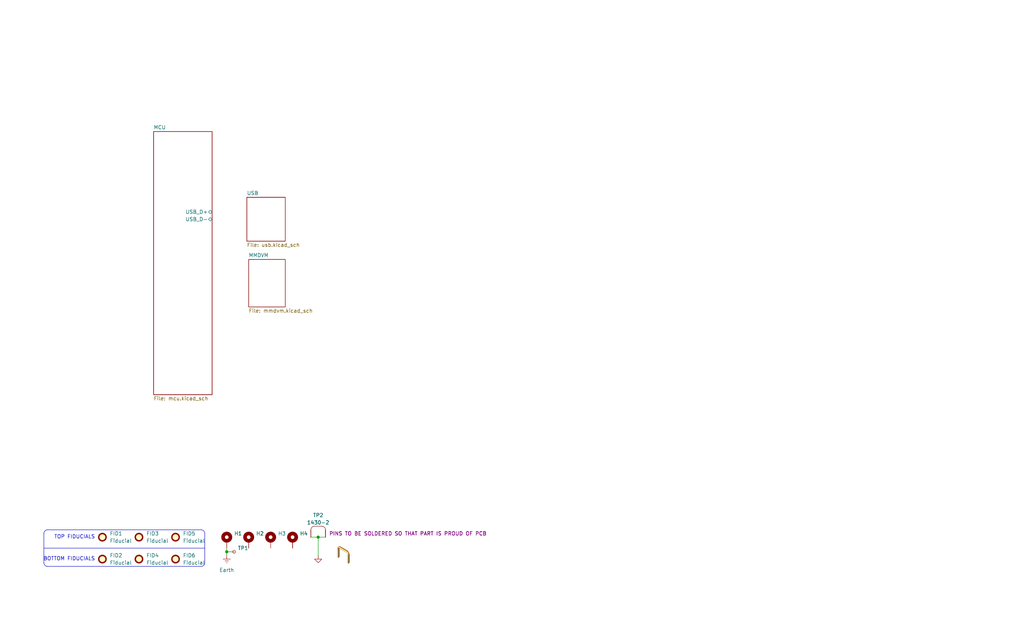
<source format=kicad_sch>
(kicad_sch (version 20250114) (generator "eeschema") (generator_version "9.0")
  (paper "USLegal")
  (lib_symbols
    (symbol "Connector:TestPoint_Small" (pin_numbers (hide yes)) (pin_names (offset 0.762) (hide yes))
      (property "Reference" "TP" (at 0 3.81 0))
      (property "Value" "TestPoint_Small" (at 0 2.032 0))
      (symbol "TestPoint_Small_0_1"
        (circle (center 0 0) (radius 0.508))
      )
      (symbol "TestPoint_Small_1_1"
        (pin passive line (at 0 0 90) (length 0) (name "1") (number "1"))
      )
    )
    (symbol "DDCEE:GND" (power) (pin_numbers (hide yes)) (pin_names (offset 0) (hide yes))
      (symbol "GND_0_1"
        (polyline (pts (xy 0 0) (xy 0 -1.27) (xy 1.27 -1.27) (xy 0 -2.54) (xy -1.27 -1.27) (xy 0 -1.27)))
      )
      (symbol "GND_1_1"
        (pin power_in line (at 0 0 270) (length 0) (name "~") (number "1"))
      )
    )
    (symbol "DDCEE:TP_2P_Keystone_1430-2" (pin_numbers (hide yes)) (pin_names (hide yes))
      (property "Reference" "TP" (at 2.54 4.826 0))
      (property "Value" "1430-2" (at 8.636 1.016 0))
      (property "Assembly Instructions" "PINS TO BE SOLDERED SO THAT PART IS PROUD OF PCB" (at 30.734 -0.508 0))
      (symbol "TP_2P_Keystone_1430-2_0_1"
        (polyline (pts (xy 1.27 3.81) (xy 3.81 3.81)))
        (arc (start 0 2.54) (mid 0.372 3.438) (end 1.27 3.81))
        (arc (start 3.81 3.81) (mid 4.708 3.438) (end 5.08 2.54))
      )
      (symbol "TP_2P_Keystone_1430-2_1_1"
        (pin power_in line (at 0 0 90) (length 2.54) (name "1") (number "1"))
        (pin power_in line (at 5.08 0 90) (length 2.54) (name "2") (number "2"))
      )
    )
    (symbol "Mechanical:Fiducial" (exclude_from_sim yes) (in_bom no)
      (property "Reference" "FID" (at 0 5.08 0))
      (property "Value" "Fiducial" (at 0 3.175 0))
      (symbol "Fiducial_0_1"
        (circle (center 0 0) (radius 1.27) (stroke (width 0.508)) (fill (type background)))
      )
    )
    (symbol "Mechanical:MountingHole_Pad" (pin_numbers (hide yes)) (pin_names (offset 1.016) (hide yes)) (exclude_from_sim yes) (in_bom no)
      (property "Reference" "H" (at 0 6.35 0))
      (property "Value" "MountingHole_Pad" (at 0 4.445 0))
      (symbol "MountingHole_Pad_0_1"
        (circle (center 0 1.27) (radius 1.27) (stroke (width 1.27)))
      )
      (symbol "MountingHole_Pad_1_1"
        (pin input line (at 0 -2.54 90) (length 2.54) (name "1") (number "1"))
      )
    )
    (symbol "power:Earth" (power) (pin_numbers (hide yes)) (pin_names (offset 0) (hide yes))
      (property "Value" "Earth" (at 0 -3.81 0))
      (symbol "Earth_0_1"
        (polyline (pts (xy -0.635 -1.905) (xy 0.635 -1.905)))
        (polyline (pts (xy -0.127 -2.54) (xy 0.127 -2.54)))
        (polyline (pts (xy 0 -1.27) (xy 0 0)))
        (polyline (pts (xy 1.27 -1.27) (xy -1.27 -1.27)))
      )
      (symbol "Earth_1_1"
        (pin power_in line (at 0 0 270) (length 0) (name "~") (number "1"))
      )
    )
  )
  (arc (start 16.51 196.85) (mid 15.612 196.478) (end 15.24 195.58))
  (arc (start 15.24 185.42) (mid 15.612 184.522) (end 16.51 184.15))
  (arc (start 69.85 184.15) (mid 70.748 184.522) (end 71.12 185.42))
  (arc (start 71.12 195.58) (mid 70.748 196.478) (end 69.85 196.85))
  (text "BOTTOM FIDUCIALS\n" (at 33.02 194.31 0) (effects (font (size 1.27 1.27)) (justify right)))
  (text "TOP FIDUCIALS" (at 33.02 186.69 0) (effects (font (size 1.27 1.27)) (justify right)))
  (junction (at 110.49 186.69))
  (junction (at 78.74 191.77))
  (no_connect (at -85.09 3.81))
  (polyline (pts (xy 71.12 185.42) (xy 71.12 195.58)))
  (wire (pts (xy 107.95 186.69) (xy 110.49 186.69)))
  (polyline (pts (xy 15.24 190.5) (xy 71.12 190.5)))
  (wire (pts (xy 78.74 191.77) (xy 81.28 191.77)))
  (wire (pts (xy 110.49 186.69) (xy 113.03 186.69)))
  (wire (pts (xy 110.49 193.04) (xy 110.49 186.69)))
  (wire (pts (xy 78.74 190.5) (xy 78.74 191.77)))
  (polyline (pts (xy 15.24 185.42) (xy 15.24 195.58)))
  (polyline (pts (xy 16.51 196.85) (xy 69.85 196.85)))
  (polyline (pts (xy 16.51 184.15) (xy 69.85 184.15)))
  (wire (pts (xy 78.74 191.77) (xy 78.74 193.04)))
  (image (at 119.38 193.04) (scale 0.218519))
  (symbol (lib_id "power:Earth") (at 78.74 193.04 0) (unit 1)
    (property "Reference" "#PWR061" (effects (hide yes)))
    (property "Value" "Earth" (at 78.74 198.12 0))
    (property "Description" "Power symbol creates a global label with name \"Earth\"" (effects (hide yes)))
  )
  (symbol (lib_id "Mechanical:Fiducial") (at 48.26 194.31 0) (unit 1) (exclude_from_sim yes) (in_bom no)
    (property "Reference" "FID4" (at 50.8 193.04 0) (effects (justify left)))
    (property "Value" "Fiducial" (at 50.8 195.58 0) (effects (justify left)))
    (property "Footprint" "Fiducial:Fiducial_0.75mm_Mask1.5mm" (effects (hide yes)))
    (property "Description" "Fiducial Marker" (effects (hide yes)))
  )
  (symbol (lib_id "Mechanical:Fiducial") (at 60.96 194.31 0) (unit 1) (exclude_from_sim yes) (in_bom no)
    (property "Reference" "FID6" (at 63.5 193.04 0) (effects (justify left)))
    (property "Value" "Fiducial" (at 63.5 195.58 0) (effects (justify left)))
    (property "Footprint" "Fiducial:Fiducial_0.75mm_Mask1.5mm" (effects (hide yes)))
    (property "Description" "Fiducial Marker" (effects (hide yes)))
  )
  (symbol (lib_id "DDCEE:TP_2P_Keystone_1430-2") (at 107.95 186.69 0) (unit 1)
    (property "Reference" "TP2" (at 110.49 179.07 0))
    (property "Value" "1430-2" (at 110.49 181.61 0))
    (property "Footprint" "DDCEE:TP_2P_Keystone_1430-2" (effects (hide yes)))
    (property "Datasheet" "https://www.keyelco.com/userAssets/file/M65p105.pdf" (effects (hide yes)))
    (property "Description" "PIN SHORTING .040\"DIA" (effects (hide yes)))
    (property "Detailed Description" "2 (1 x 2) Position Shunt Connector Non-Insulated 0.250\" (6.40mm) Gold" (effects (hide yes)))
    (property "Manufacturer" "Keystone Electronics" (effects (hide yes)))
    (property "Manufacturer PN" "1430-2" (effects (hide yes)))
    (property "Supplier 1" "DigiKey" (effects (hide yes)))
    (property "Supplier 1 PN" "36-1430-2-ND" (effects (hide yes)))
    (property "Supplier 1 Link" "https://www.digikey.com/en/products/detail/keystone-electronics/1430-2/2746418" (effects (hide yes)))
    (property "Assembly Instructions" "PINS TO BE SOLDERED SO THAT PART IS PROUD OF PCB" (at 114.3 185.42 0) (effects (justify left)))
  )
  (symbol (lib_id "Mechanical:MountingHole_Pad") (at 86.36 187.96 0) (unit 1) (exclude_from_sim yes) (in_bom no)
    (property "Reference" "H2" (at 88.9 185.42 0) (effects (justify left)))
    (property "Value" "MountingHole_Pad" (effects (hide yes)))
    (property "Footprint" "MountingHole:MountingHole_3.2mm_M3" (effects (hide yes)))
    (property "Description" "Mounting Hole with connection" (effects (hide yes)))
  )
  (symbol (lib_id "Mechanical:Fiducial") (at 60.96 186.69 0) (unit 1) (exclude_from_sim yes) (in_bom no)
    (property "Reference" "FID5" (at 63.5 185.42 0) (effects (justify left)))
    (property "Value" "Fiducial" (at 63.5 187.96 0) (effects (justify left)))
    (property "Footprint" "Fiducial:Fiducial_0.75mm_Mask1.5mm" (effects (hide yes)))
    (property "Description" "Fiducial Marker" (effects (hide yes)))
  )
  (symbol (lib_id "Mechanical:MountingHole_Pad") (at 78.74 187.96 0) (unit 1) (exclude_from_sim yes) (in_bom no)
    (property "Reference" "H1" (at 81.28 185.42 0) (effects (justify left)))
    (property "Value" "MountingHole_Pad" (effects (hide yes)))
    (property "Footprint" "MountingHole:MountingHole_3.2mm_M3_Pad_Via" (effects (hide yes)))
    (property "Description" "Mounting Hole with connection" (effects (hide yes)))
  )
  (symbol (lib_id "Mechanical:Fiducial") (at 48.26 186.69 0) (unit 1) (exclude_from_sim yes) (in_bom no)
    (property "Reference" "FID3" (at 50.8 185.42 0) (effects (justify left)))
    (property "Value" "Fiducial" (at 50.8 187.96 0) (effects (justify left)))
    (property "Footprint" "Fiducial:Fiducial_0.75mm_Mask1.5mm" (effects (hide yes)))
    (property "Description" "Fiducial Marker" (effects (hide yes)))
  )
  (symbol (lib_id "Connector:TestPoint_Small") (at 81.28 191.77 0) (unit 1) (exclude_from_sim yes) (in_bom no)
    (property "Reference" "TP1" (at 82.55 190.5 0) (effects (justify left)))
    (property "Value" "TestPoint_Small" (effects (hide yes)))
    (property "Footprint" "TestPoint:TestPoint_Pad_D2.5mm" (effects (hide yes)))
    (property "Description" "test point" (effects (hide yes)))
  )
  (symbol (lib_id "Mechanical:Fiducial") (at 35.56 186.69 0) (unit 1) (exclude_from_sim yes) (in_bom no)
    (property "Reference" "FID1" (at 38.1 185.42 0) (effects (justify left)))
    (property "Value" "Fiducial" (at 38.1 187.96 0) (effects (justify left)))
    (property "Footprint" "Fiducial:Fiducial_0.75mm_Mask1.5mm" (effects (hide yes)))
    (property "Description" "Fiducial Marker" (effects (hide yes)))
  )
  (symbol (lib_id "Mechanical:MountingHole_Pad") (at 93.98 187.96 0) (unit 1) (exclude_from_sim yes) (in_bom no)
    (property "Reference" "H3" (at 96.52 185.42 0) (effects (justify left)))
    (property "Value" "MountingHole_Pad" (effects (hide yes)))
    (property "Footprint" "MountingHole:MountingHole_3.2mm_M3" (effects (hide yes)))
    (property "Description" "Mounting Hole with connection" (effects (hide yes)))
  )
  (symbol (lib_id "DDCEE:GND") (at 110.49 193.04 0) (unit 1)
    (property "Reference" "#PWR062" (effects (hide yes)))
    (property "Value" "GND" (effects (hide yes)))
    (property "Description" "Power symbol creates a global label with name \"GND\" , ground" (effects (hide yes)))
  )
  (symbol (lib_id "Mechanical:Fiducial") (at 35.56 194.31 0) (unit 1) (exclude_from_sim yes) (in_bom no)
    (property "Reference" "FID2" (at 38.1 193.04 0) (effects (justify left)))
    (property "Value" "Fiducial" (at 38.1 195.58 0) (effects (justify left)))
    (property "Footprint" "Fiducial:Fiducial_0.75mm_Mask1.5mm" (effects (hide yes)))
    (property "Description" "Fiducial Marker" (effects (hide yes)))
  )
  (symbol (lib_id "Mechanical:MountingHole_Pad") (at 101.6 187.96 0) (unit 1) (exclude_from_sim yes) (in_bom no)
    (property "Reference" "H4" (at 104.14 185.42 0) (effects (justify left)))
    (property "Value" "MountingHole_Pad" (effects (hide yes)))
    (property "Footprint" "MountingHole:MountingHole_3.2mm_M3" (effects (hide yes)))
    (property "Description" "Mounting Hole with connection" (effects (hide yes)))
  )
  (sheet (at 85.725 68.58) (size 13.335 15.24) (stroke (width 0.1524))
    (property "Sheetname" "USB" (at 85.725 67.8684 0) (effects (justify left bottom)))
    (property "Sheetfile" "usb.kicad_sch" (at 85.725 84.4046 0) (effects (justify left top)))
  )
  (sheet (at 53.34 45.72) (size 20.32 91.44) (stroke (width 0.1524))
    (property "Sheetname" "MCU" (at 53.34 45.0084 0) (effects (justify left bottom)))
    (property "Sheetfile" "mcu.kicad_sch" (at 53.34 137.7446 0) (effects (justify left top)))
    (pin "USB_D-" bidirectional (at 73.66 76.2 0))
    (pin "USB_D+" bidirectional (at 73.66 73.66 0))
  )
  (sheet (at 86.36 90.17) (size 12.7 16.51) (stroke (width 0.1524))
    (property "Sheetname" "MMDVM" (at 86.36 89.4584 0) (effects (justify left bottom)))
    (property "Sheetfile" "mmdvm.kicad_sch" (at 86.36 107.2646 0) (effects (justify left top)))
  )
)
</source>
